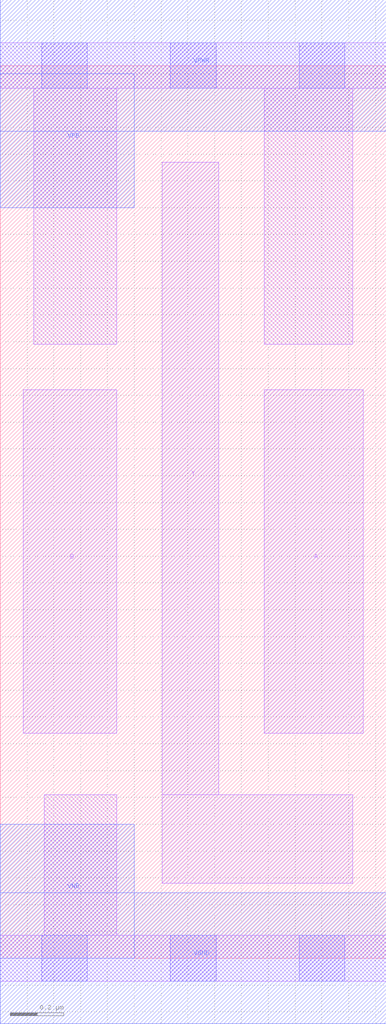
<source format=lef>
# Copyright 2020 The SkyWater PDK Authors
#
# Licensed under the Apache License, Version 2.0 (the "License");
# you may not use this file except in compliance with the License.
# You may obtain a copy of the License at
#
#     https://www.apache.org/licenses/LICENSE-2.0
#
# Unless required by applicable law or agreed to in writing, software
# distributed under the License is distributed on an "AS IS" BASIS,
# WITHOUT WARRANTIES OR CONDITIONS OF ANY KIND, either express or implied.
# See the License for the specific language governing permissions and
# limitations under the License.
#
# SPDX-License-Identifier: Apache-2.0

VERSION 5.5 ;
NAMESCASESENSITIVE ON ;
BUSBITCHARS "[]" ;
DIVIDERCHAR "/" ;
MACRO sky130_fd_sc_lp__nand2_0
  CLASS CORE ;
  SOURCE USER ;
  ORIGIN  0.000000  0.000000 ;
  SIZE  1.440000 BY  3.330000 ;
  SYMMETRY X Y R90 ;
  SITE unit ;
  PIN A
    ANTENNAGATEAREA  0.159000 ;
    DIRECTION INPUT ;
    USE SIGNAL ;
    PORT
      LAYER li1 ;
        RECT 0.985000 0.840000 1.355000 2.120000 ;
    END
  END A
  PIN B
    ANTENNAGATEAREA  0.159000 ;
    DIRECTION INPUT ;
    USE SIGNAL ;
    PORT
      LAYER li1 ;
        RECT 0.085000 0.840000 0.435000 2.120000 ;
    END
  END B
  PIN Y
    ANTENNADIFFAREA  0.290500 ;
    DIRECTION OUTPUT ;
    USE SIGNAL ;
    PORT
      LAYER li1 ;
        RECT 0.605000 0.280000 1.315000 0.610000 ;
        RECT 0.605000 0.610000 0.815000 2.970000 ;
    END
  END Y
  PIN VGND
    DIRECTION INOUT ;
    USE GROUND ;
    PORT
      LAYER met1 ;
        RECT 0.000000 -0.245000 1.440000 0.245000 ;
    END
  END VGND
  PIN VNB
    DIRECTION INOUT ;
    USE GROUND ;
    PORT
      LAYER met1 ;
        RECT 0.000000 0.000000 0.500000 0.500000 ;
    END
  END VNB
  PIN VPB
    DIRECTION INOUT ;
    USE POWER ;
    PORT
      LAYER met1 ;
        RECT 0.000000 2.800000 0.500000 3.300000 ;
    END
  END VPB
  PIN VPWR
    DIRECTION INOUT ;
    USE POWER ;
    PORT
      LAYER met1 ;
        RECT 0.000000 3.085000 1.440000 3.575000 ;
    END
  END VPWR
  OBS
    LAYER li1 ;
      RECT 0.000000 -0.085000 1.440000 0.085000 ;
      RECT 0.000000  3.245000 1.440000 3.415000 ;
      RECT 0.125000  2.290000 0.435000 3.245000 ;
      RECT 0.165000  0.085000 0.435000 0.610000 ;
      RECT 0.985000  2.290000 1.315000 3.245000 ;
    LAYER mcon ;
      RECT 0.155000 -0.085000 0.325000 0.085000 ;
      RECT 0.155000  3.245000 0.325000 3.415000 ;
      RECT 0.635000 -0.085000 0.805000 0.085000 ;
      RECT 0.635000  3.245000 0.805000 3.415000 ;
      RECT 1.115000 -0.085000 1.285000 0.085000 ;
      RECT 1.115000  3.245000 1.285000 3.415000 ;
  END
END sky130_fd_sc_lp__nand2_0

</source>
